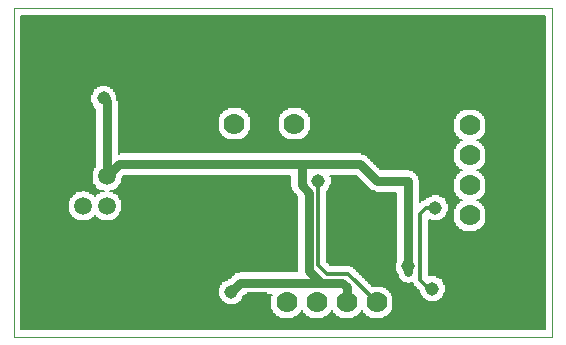
<source format=gbl>
G04 (created by PCBNEW-RS274X (20100308 SVN-R2437)-RC5) date Tue 09 Mar 2010 02:31:33 PM CET*
G01*
G70*
G90*
%MOIN*%
G04 Gerber Fmt 3.4, Leading zero omitted, Abs format*
%FSLAX34Y34*%
G04 APERTURE LIST*
%ADD10C,0.006000*%
%ADD11C,0.001000*%
%ADD12R,0.070000X0.070000*%
%ADD13C,0.070000*%
%ADD14C,0.169300*%
%ADD15C,0.059100*%
%ADD16C,0.045000*%
%ADD17C,0.012000*%
%ADD18C,0.030000*%
%ADD19C,0.005000*%
G04 APERTURE END LIST*
G54D10*
G54D11*
X16650Y-21650D02*
X34600Y-21650D01*
X16650Y-32600D02*
X16650Y-21650D01*
X34600Y-32600D02*
X16650Y-32600D01*
X34600Y-21650D02*
X34600Y-32600D01*
G54D12*
X31850Y-29550D03*
G54D13*
X31850Y-28550D03*
X31850Y-27550D03*
X31850Y-26550D03*
X31850Y-25550D03*
G54D12*
X24750Y-31450D03*
G54D13*
X25750Y-31450D03*
X26750Y-31450D03*
X27750Y-31450D03*
X28750Y-31450D03*
X24000Y-25500D03*
X26000Y-25500D03*
G54D14*
X17898Y-30114D03*
X17898Y-25382D03*
G54D15*
X19750Y-27258D03*
X18960Y-27258D03*
X18960Y-28242D03*
X19750Y-28242D03*
G54D16*
X26800Y-27400D03*
X30600Y-31000D03*
X30700Y-28300D03*
X23900Y-31100D03*
X29800Y-30250D03*
X19650Y-24650D03*
X26750Y-24750D03*
X31950Y-23600D03*
X33450Y-31800D03*
X23000Y-32000D03*
X32000Y-30500D03*
X21500Y-29500D03*
X21000Y-29000D03*
X21000Y-28000D03*
X22500Y-28000D03*
X23500Y-28500D03*
X34000Y-24750D03*
X34000Y-23250D03*
X34000Y-22250D03*
X18250Y-22250D03*
X17250Y-22250D03*
X17250Y-24250D03*
X21750Y-32000D03*
X17250Y-31500D03*
X19250Y-31500D03*
X21250Y-31500D03*
G54D17*
X27800Y-30500D02*
X28750Y-31450D01*
X27100Y-30500D02*
X27800Y-30500D01*
X26800Y-30200D02*
X27100Y-30500D01*
X26800Y-27400D02*
X26800Y-30200D01*
X30200Y-28500D02*
X30200Y-30700D01*
X30200Y-30700D02*
X30400Y-30900D01*
X30400Y-30900D02*
X30500Y-30900D01*
X30500Y-30900D02*
X30600Y-31000D01*
X30700Y-28300D02*
X30400Y-28300D01*
X30400Y-28300D02*
X30200Y-28500D01*
G54D18*
X27750Y-30950D02*
X27750Y-31450D01*
X27600Y-30800D02*
X27750Y-30950D01*
X24200Y-30800D02*
X25650Y-30800D01*
X25650Y-30800D02*
X26900Y-30800D01*
X26900Y-30800D02*
X27600Y-30800D01*
X23900Y-31100D02*
X24200Y-30800D01*
X29800Y-27400D02*
X29800Y-30450D01*
X29800Y-30250D02*
X29800Y-30450D01*
X19650Y-24650D02*
X19750Y-24750D01*
X19750Y-24750D02*
X19750Y-27258D01*
X29800Y-27400D02*
X29300Y-27400D01*
X29300Y-27400D02*
X28750Y-27400D01*
X28750Y-27400D02*
X28200Y-26850D01*
X28200Y-26850D02*
X26250Y-26850D01*
X20158Y-26850D02*
X19750Y-27258D01*
X26250Y-26850D02*
X20158Y-26850D01*
X26900Y-30800D02*
X26500Y-30400D01*
X26250Y-27550D02*
X26250Y-26850D01*
X26500Y-27800D02*
X26250Y-27550D01*
X26500Y-30400D02*
X26500Y-27800D01*
X19830Y-23450D02*
X17898Y-25382D01*
X26750Y-24750D02*
X25450Y-23450D01*
X25450Y-23450D02*
X19830Y-23450D01*
X30800Y-24750D02*
X26750Y-24750D01*
X31950Y-23600D02*
X30800Y-24750D01*
X31950Y-23600D02*
X31950Y-23600D01*
X31950Y-23550D02*
X31950Y-23600D01*
X32950Y-24550D02*
X31950Y-23550D01*
X32950Y-31300D02*
X32950Y-25000D01*
X32950Y-25000D02*
X32950Y-24900D01*
X32950Y-24900D02*
X32950Y-24550D01*
X33450Y-31800D02*
X32950Y-31300D01*
X31850Y-29550D02*
X31850Y-30350D01*
X31850Y-30350D02*
X32000Y-30500D01*
X21000Y-28000D02*
X21000Y-29000D01*
X23000Y-28000D02*
X22500Y-28000D01*
X23500Y-28500D02*
X23000Y-28000D01*
G54D17*
X32950Y-25000D02*
X32950Y-23300D01*
X34000Y-23250D02*
X34000Y-24750D01*
X32950Y-23300D02*
X34000Y-22250D01*
X17250Y-24250D02*
X17250Y-22250D01*
X17898Y-30114D02*
X17898Y-30852D01*
X17898Y-30852D02*
X17250Y-31500D01*
X19250Y-31500D02*
X21250Y-31500D01*
G54D19*
X34350Y-21900D02*
X34350Y-32350D01*
X34300Y-21900D02*
X34300Y-32350D01*
X34250Y-21900D02*
X34250Y-32350D01*
X34200Y-21900D02*
X34200Y-32350D01*
X34150Y-21900D02*
X34150Y-32350D01*
X34100Y-21900D02*
X34100Y-32350D01*
X34050Y-21900D02*
X34050Y-32350D01*
X34000Y-21900D02*
X34000Y-32350D01*
X33950Y-21900D02*
X33950Y-32350D01*
X33900Y-21900D02*
X33900Y-32350D01*
X33850Y-21900D02*
X33850Y-32350D01*
X33800Y-21900D02*
X33800Y-32350D01*
X33750Y-21900D02*
X33750Y-32350D01*
X33700Y-21900D02*
X33700Y-32350D01*
X33650Y-21900D02*
X33650Y-32350D01*
X33600Y-21900D02*
X33600Y-32350D01*
X33550Y-21900D02*
X33550Y-32350D01*
X33500Y-21900D02*
X33500Y-32350D01*
X33450Y-21900D02*
X33450Y-32350D01*
X33400Y-21900D02*
X33400Y-32350D01*
X33350Y-21900D02*
X33350Y-32350D01*
X33300Y-21900D02*
X33300Y-32350D01*
X33250Y-21900D02*
X33250Y-32350D01*
X33200Y-21900D02*
X33200Y-32350D01*
X33150Y-21900D02*
X33150Y-32350D01*
X33100Y-21900D02*
X33100Y-32350D01*
X33050Y-21900D02*
X33050Y-32350D01*
X33000Y-21900D02*
X33000Y-32350D01*
X32950Y-21900D02*
X32950Y-32350D01*
X32900Y-21900D02*
X32900Y-32350D01*
X32850Y-21900D02*
X32850Y-32350D01*
X32800Y-21900D02*
X32800Y-32350D01*
X32750Y-21900D02*
X32750Y-32350D01*
X32700Y-21900D02*
X32700Y-32350D01*
X32650Y-21900D02*
X32650Y-32350D01*
X32600Y-21900D02*
X32600Y-32350D01*
X32550Y-21900D02*
X32550Y-32350D01*
X32500Y-21900D02*
X32500Y-32350D01*
X32450Y-21900D02*
X32450Y-32350D01*
X32400Y-21900D02*
X32400Y-32350D01*
X32350Y-28800D02*
X32350Y-32350D01*
X32350Y-27800D02*
X32350Y-28300D01*
X32350Y-26800D02*
X32350Y-27300D01*
X32350Y-25800D02*
X32350Y-26300D01*
X32350Y-21900D02*
X32350Y-25300D01*
X32300Y-28900D02*
X32300Y-32350D01*
X32300Y-27900D02*
X32300Y-28200D01*
X32300Y-26900D02*
X32300Y-27200D01*
X32300Y-25900D02*
X32300Y-26200D01*
X32300Y-21900D02*
X32300Y-25200D01*
X32250Y-28950D02*
X32250Y-32350D01*
X32250Y-27950D02*
X32250Y-28150D01*
X32250Y-26950D02*
X32250Y-27150D01*
X32250Y-25950D02*
X32250Y-26150D01*
X32250Y-21900D02*
X32250Y-25150D01*
X32200Y-29000D02*
X32200Y-32350D01*
X32200Y-28000D02*
X32200Y-28100D01*
X32200Y-27000D02*
X32200Y-27100D01*
X32200Y-26000D02*
X32200Y-26100D01*
X32200Y-21900D02*
X32200Y-25100D01*
X32150Y-29050D02*
X32150Y-32350D01*
X32150Y-21900D02*
X32150Y-25050D01*
X32100Y-29050D02*
X32100Y-32350D01*
X32100Y-21900D02*
X32100Y-25050D01*
X32050Y-29100D02*
X32050Y-32350D01*
X32050Y-21900D02*
X32050Y-25000D01*
X32000Y-29100D02*
X32000Y-32350D01*
X32000Y-21900D02*
X32000Y-25000D01*
X31950Y-29100D02*
X31950Y-32350D01*
X31950Y-21900D02*
X31950Y-25000D01*
X31900Y-29100D02*
X31900Y-32350D01*
X31900Y-21900D02*
X31900Y-25000D01*
X31850Y-29100D02*
X31850Y-32350D01*
X31850Y-21900D02*
X31850Y-25000D01*
X31800Y-29100D02*
X31800Y-32350D01*
X31800Y-21900D02*
X31800Y-25000D01*
X31750Y-29100D02*
X31750Y-32350D01*
X31750Y-21900D02*
X31750Y-25000D01*
X31700Y-29100D02*
X31700Y-32350D01*
X31700Y-21900D02*
X31700Y-25000D01*
X31650Y-29100D02*
X31650Y-32350D01*
X31650Y-21900D02*
X31650Y-25000D01*
X31600Y-29050D02*
X31600Y-32350D01*
X31600Y-21900D02*
X31600Y-25050D01*
X31550Y-29050D02*
X31550Y-32350D01*
X31550Y-21900D02*
X31550Y-25050D01*
X31500Y-29000D02*
X31500Y-32350D01*
X31500Y-28000D02*
X31500Y-28100D01*
X31500Y-27000D02*
X31500Y-27100D01*
X31500Y-26000D02*
X31500Y-26100D01*
X31500Y-21900D02*
X31500Y-25100D01*
X31450Y-28950D02*
X31450Y-32350D01*
X31450Y-27950D02*
X31450Y-28150D01*
X31450Y-26950D02*
X31450Y-27150D01*
X31450Y-25950D02*
X31450Y-26150D01*
X31450Y-21900D02*
X31450Y-25150D01*
X31400Y-28900D02*
X31400Y-32350D01*
X31400Y-27900D02*
X31400Y-28200D01*
X31400Y-26900D02*
X31400Y-27200D01*
X31400Y-25900D02*
X31400Y-26200D01*
X31400Y-21900D02*
X31400Y-25200D01*
X31350Y-28800D02*
X31350Y-32350D01*
X31350Y-27800D02*
X31350Y-28300D01*
X31350Y-26800D02*
X31350Y-27300D01*
X31350Y-25800D02*
X31350Y-26300D01*
X31350Y-21900D02*
X31350Y-25300D01*
X31300Y-21900D02*
X31300Y-32350D01*
X31250Y-21900D02*
X31250Y-32350D01*
X31200Y-21900D02*
X31200Y-32350D01*
X31150Y-21900D02*
X31150Y-32350D01*
X31100Y-28450D02*
X31100Y-32350D01*
X31100Y-21900D02*
X31100Y-28150D01*
X31050Y-28550D02*
X31050Y-32350D01*
X31050Y-21900D02*
X31050Y-28050D01*
X31000Y-31150D02*
X31000Y-32350D01*
X31000Y-28650D02*
X31000Y-30850D01*
X31000Y-21900D02*
X31000Y-27950D01*
X30950Y-31250D02*
X30950Y-32350D01*
X30950Y-28650D02*
X30950Y-30750D01*
X30950Y-21900D02*
X30950Y-27950D01*
X30900Y-31350D02*
X30900Y-32350D01*
X30900Y-28700D02*
X30900Y-30650D01*
X30900Y-21900D02*
X30900Y-27900D01*
X30850Y-31350D02*
X30850Y-32350D01*
X30850Y-28700D02*
X30850Y-30650D01*
X30850Y-21900D02*
X30850Y-27900D01*
X30800Y-31400D02*
X30800Y-32350D01*
X30800Y-28750D02*
X30800Y-30600D01*
X30800Y-21900D02*
X30800Y-27850D01*
X30750Y-31400D02*
X30750Y-32350D01*
X30750Y-28750D02*
X30750Y-30600D01*
X30750Y-21900D02*
X30750Y-27850D01*
X30700Y-31450D02*
X30700Y-32350D01*
X30700Y-28750D02*
X30700Y-30550D01*
X30700Y-21900D02*
X30700Y-27850D01*
X30650Y-31450D02*
X30650Y-32350D01*
X30650Y-28750D02*
X30650Y-30550D01*
X30650Y-21900D02*
X30650Y-27850D01*
X30600Y-31450D02*
X30600Y-32350D01*
X30600Y-28750D02*
X30600Y-30550D01*
X30600Y-21900D02*
X30600Y-27850D01*
X30550Y-31450D02*
X30550Y-32350D01*
X30550Y-28700D02*
X30550Y-30550D01*
X30550Y-21900D02*
X30550Y-27900D01*
X30500Y-31450D02*
X30500Y-32350D01*
X30500Y-28700D02*
X30500Y-30550D01*
X30500Y-21900D02*
X30500Y-27900D01*
X30450Y-31400D02*
X30450Y-32350D01*
X30450Y-21900D02*
X30450Y-27950D01*
X30400Y-31400D02*
X30400Y-32350D01*
X30400Y-21900D02*
X30400Y-27950D01*
X30350Y-31350D02*
X30350Y-32350D01*
X30350Y-21900D02*
X30350Y-28000D01*
X30300Y-31350D02*
X30300Y-32350D01*
X30300Y-21900D02*
X30300Y-28050D01*
X30250Y-31250D02*
X30250Y-32350D01*
X30250Y-21900D02*
X30250Y-28050D01*
X30200Y-31150D02*
X30200Y-32350D01*
X30200Y-21900D02*
X30200Y-28100D01*
X30150Y-31050D02*
X30150Y-32350D01*
X30150Y-21900D02*
X30150Y-27350D01*
X30100Y-31000D02*
X30100Y-32350D01*
X30100Y-21900D02*
X30100Y-27200D01*
X30050Y-30950D02*
X30050Y-32350D01*
X30050Y-21900D02*
X30050Y-27150D01*
X30000Y-30900D02*
X30000Y-32350D01*
X30000Y-21900D02*
X30000Y-27100D01*
X29950Y-30800D02*
X29950Y-32350D01*
X29950Y-21900D02*
X29950Y-27050D01*
X29900Y-30800D02*
X29900Y-32350D01*
X29900Y-21900D02*
X29900Y-27050D01*
X29850Y-30800D02*
X29850Y-32350D01*
X29850Y-21900D02*
X29850Y-27050D01*
X29800Y-30850D02*
X29800Y-32350D01*
X29800Y-21900D02*
X29800Y-27000D01*
X29750Y-30800D02*
X29750Y-32350D01*
X29750Y-21900D02*
X29750Y-27000D01*
X29700Y-30800D02*
X29700Y-32350D01*
X29700Y-21900D02*
X29700Y-27000D01*
X29650Y-30800D02*
X29650Y-32350D01*
X29650Y-21900D02*
X29650Y-27000D01*
X29600Y-30750D02*
X29600Y-32350D01*
X29600Y-21900D02*
X29600Y-27000D01*
X29550Y-30700D02*
X29550Y-32350D01*
X29550Y-21900D02*
X29550Y-27000D01*
X29500Y-30650D02*
X29500Y-32350D01*
X29500Y-21900D02*
X29500Y-27000D01*
X29450Y-30500D02*
X29450Y-32350D01*
X29450Y-21900D02*
X29450Y-27000D01*
X29400Y-30400D02*
X29400Y-32350D01*
X29400Y-27800D02*
X29400Y-30100D01*
X29400Y-21900D02*
X29400Y-27000D01*
X29350Y-27800D02*
X29350Y-32350D01*
X29350Y-21900D02*
X29350Y-27000D01*
X29300Y-27800D02*
X29300Y-32350D01*
X29300Y-21900D02*
X29300Y-27000D01*
X29250Y-31700D02*
X29250Y-32350D01*
X29250Y-27800D02*
X29250Y-31200D01*
X29250Y-21900D02*
X29250Y-27000D01*
X29200Y-31800D02*
X29200Y-32350D01*
X29200Y-27800D02*
X29200Y-31100D01*
X29200Y-21900D02*
X29200Y-27000D01*
X29150Y-31850D02*
X29150Y-32350D01*
X29150Y-27800D02*
X29150Y-31050D01*
X29150Y-21900D02*
X29150Y-27000D01*
X29100Y-31900D02*
X29100Y-32350D01*
X29100Y-27800D02*
X29100Y-31000D01*
X29100Y-21900D02*
X29100Y-27000D01*
X29050Y-31950D02*
X29050Y-32350D01*
X29050Y-27800D02*
X29050Y-30950D01*
X29050Y-21900D02*
X29050Y-27000D01*
X29000Y-31950D02*
X29000Y-32350D01*
X29000Y-27800D02*
X29000Y-30950D01*
X29000Y-21900D02*
X29000Y-27000D01*
X28950Y-32000D02*
X28950Y-32350D01*
X28950Y-27800D02*
X28950Y-30900D01*
X28950Y-21900D02*
X28950Y-27000D01*
X28900Y-32000D02*
X28900Y-32350D01*
X28900Y-27800D02*
X28900Y-30900D01*
X28900Y-21900D02*
X28900Y-27000D01*
X28850Y-32000D02*
X28850Y-32350D01*
X28850Y-27800D02*
X28850Y-30900D01*
X28850Y-21900D02*
X28850Y-27000D01*
X28800Y-32000D02*
X28800Y-32350D01*
X28800Y-27800D02*
X28800Y-30900D01*
X28800Y-21900D02*
X28800Y-26950D01*
X28750Y-32000D02*
X28750Y-32350D01*
X28750Y-27800D02*
X28750Y-30900D01*
X28750Y-21900D02*
X28750Y-26900D01*
X28700Y-32000D02*
X28700Y-32350D01*
X28700Y-27750D02*
X28700Y-30900D01*
X28700Y-21900D02*
X28700Y-26850D01*
X28650Y-32000D02*
X28650Y-32350D01*
X28650Y-27750D02*
X28650Y-30900D01*
X28650Y-21900D02*
X28650Y-26800D01*
X28600Y-32000D02*
X28600Y-32350D01*
X28600Y-27750D02*
X28600Y-30900D01*
X28600Y-21900D02*
X28600Y-26750D01*
X28550Y-32000D02*
X28550Y-32350D01*
X28550Y-27700D02*
X28550Y-30850D01*
X28550Y-21900D02*
X28550Y-26700D01*
X28500Y-31950D02*
X28500Y-32350D01*
X28500Y-27650D02*
X28500Y-30800D01*
X28500Y-21900D02*
X28500Y-26650D01*
X28450Y-31950D02*
X28450Y-32350D01*
X28450Y-27600D02*
X28450Y-30750D01*
X28450Y-21900D02*
X28450Y-26600D01*
X28400Y-31900D02*
X28400Y-32350D01*
X28400Y-27550D02*
X28400Y-30700D01*
X28400Y-21900D02*
X28400Y-26550D01*
X28350Y-31850D02*
X28350Y-32350D01*
X28350Y-27500D02*
X28350Y-30650D01*
X28350Y-21900D02*
X28350Y-26500D01*
X28300Y-31800D02*
X28300Y-32350D01*
X28300Y-27450D02*
X28300Y-30600D01*
X28300Y-21900D02*
X28300Y-26500D01*
X28250Y-31700D02*
X28250Y-32350D01*
X28250Y-27400D02*
X28250Y-30550D01*
X28250Y-21900D02*
X28250Y-26500D01*
X28200Y-31800D02*
X28200Y-32350D01*
X28200Y-27350D02*
X28200Y-30500D01*
X28200Y-21900D02*
X28200Y-26450D01*
X28150Y-31850D02*
X28150Y-32350D01*
X28150Y-27300D02*
X28150Y-30450D01*
X28150Y-21900D02*
X28150Y-26450D01*
X28100Y-31900D02*
X28100Y-32350D01*
X28100Y-27250D02*
X28100Y-30400D01*
X28100Y-21900D02*
X28100Y-26450D01*
X28050Y-31950D02*
X28050Y-32350D01*
X28050Y-27250D02*
X28050Y-30350D01*
X28050Y-21900D02*
X28050Y-26450D01*
X28000Y-31950D02*
X28000Y-32350D01*
X28000Y-27250D02*
X28000Y-30300D01*
X28000Y-21900D02*
X28000Y-26450D01*
X27950Y-32000D02*
X27950Y-32350D01*
X27950Y-27250D02*
X27950Y-30250D01*
X27950Y-21900D02*
X27950Y-26450D01*
X27900Y-32000D02*
X27900Y-32350D01*
X27900Y-27250D02*
X27900Y-30250D01*
X27900Y-21900D02*
X27900Y-26450D01*
X27850Y-32000D02*
X27850Y-32350D01*
X27850Y-27250D02*
X27850Y-30200D01*
X27850Y-21900D02*
X27850Y-26450D01*
X27800Y-32000D02*
X27800Y-32350D01*
X27800Y-27250D02*
X27800Y-30200D01*
X27800Y-21900D02*
X27800Y-26450D01*
X27750Y-32000D02*
X27750Y-32350D01*
X27750Y-27250D02*
X27750Y-30200D01*
X27750Y-21900D02*
X27750Y-26450D01*
X27700Y-32000D02*
X27700Y-32350D01*
X27700Y-27250D02*
X27700Y-30200D01*
X27700Y-21900D02*
X27700Y-26450D01*
X27650Y-32000D02*
X27650Y-32350D01*
X27650Y-27250D02*
X27650Y-30200D01*
X27650Y-21900D02*
X27650Y-26450D01*
X27600Y-32000D02*
X27600Y-32350D01*
X27600Y-27250D02*
X27600Y-30200D01*
X27600Y-21900D02*
X27600Y-26450D01*
X27550Y-32000D02*
X27550Y-32350D01*
X27550Y-27250D02*
X27550Y-30200D01*
X27550Y-21900D02*
X27550Y-26450D01*
X27500Y-31950D02*
X27500Y-32350D01*
X27500Y-27250D02*
X27500Y-30200D01*
X27500Y-21900D02*
X27500Y-26450D01*
X27450Y-31950D02*
X27450Y-32350D01*
X27450Y-27250D02*
X27450Y-30200D01*
X27450Y-21900D02*
X27450Y-26450D01*
X27400Y-31900D02*
X27400Y-32350D01*
X27400Y-27250D02*
X27400Y-30200D01*
X27400Y-21900D02*
X27400Y-26450D01*
X27350Y-31850D02*
X27350Y-32350D01*
X27350Y-27250D02*
X27350Y-30200D01*
X27350Y-21900D02*
X27350Y-26450D01*
X27300Y-31800D02*
X27300Y-32350D01*
X27300Y-27250D02*
X27300Y-30200D01*
X27300Y-21900D02*
X27300Y-26450D01*
X27250Y-31700D02*
X27250Y-32350D01*
X27250Y-27250D02*
X27250Y-30200D01*
X27250Y-21900D02*
X27250Y-26450D01*
X27200Y-31800D02*
X27200Y-32350D01*
X27200Y-27550D02*
X27200Y-30200D01*
X27200Y-21900D02*
X27200Y-26450D01*
X27150Y-31850D02*
X27150Y-32350D01*
X27150Y-27650D02*
X27150Y-30150D01*
X27150Y-21900D02*
X27150Y-26450D01*
X27100Y-31900D02*
X27100Y-32350D01*
X27100Y-27750D02*
X27100Y-30100D01*
X27100Y-21900D02*
X27100Y-26450D01*
X27050Y-31950D02*
X27050Y-32350D01*
X27050Y-21900D02*
X27050Y-26450D01*
X27000Y-31950D02*
X27000Y-32350D01*
X27000Y-21900D02*
X27000Y-26450D01*
X26950Y-32000D02*
X26950Y-32350D01*
X26950Y-21900D02*
X26950Y-26450D01*
X26900Y-32000D02*
X26900Y-32350D01*
X26900Y-21900D02*
X26900Y-26450D01*
X26850Y-32000D02*
X26850Y-32350D01*
X26850Y-21900D02*
X26850Y-26450D01*
X26800Y-32000D02*
X26800Y-32350D01*
X26800Y-21900D02*
X26800Y-26450D01*
X26750Y-32000D02*
X26750Y-32350D01*
X26750Y-21900D02*
X26750Y-26450D01*
X26700Y-32000D02*
X26700Y-32350D01*
X26700Y-21900D02*
X26700Y-26450D01*
X26650Y-32000D02*
X26650Y-32350D01*
X26650Y-21900D02*
X26650Y-26450D01*
X26600Y-32000D02*
X26600Y-32350D01*
X26600Y-21900D02*
X26600Y-26450D01*
X26550Y-32000D02*
X26550Y-32350D01*
X26550Y-21900D02*
X26550Y-26450D01*
X26500Y-31950D02*
X26500Y-32350D01*
X26500Y-25750D02*
X26500Y-26450D01*
X26500Y-21900D02*
X26500Y-25250D01*
X26450Y-31950D02*
X26450Y-32350D01*
X26450Y-25850D02*
X26450Y-26450D01*
X26450Y-21900D02*
X26450Y-25150D01*
X26400Y-31900D02*
X26400Y-32350D01*
X26400Y-25900D02*
X26400Y-26450D01*
X26400Y-21900D02*
X26400Y-25100D01*
X26350Y-31850D02*
X26350Y-32350D01*
X26350Y-25950D02*
X26350Y-26450D01*
X26350Y-21900D02*
X26350Y-25050D01*
X26300Y-31800D02*
X26300Y-32350D01*
X26300Y-26000D02*
X26300Y-26450D01*
X26300Y-21900D02*
X26300Y-25000D01*
X26250Y-31700D02*
X26250Y-32350D01*
X26250Y-26000D02*
X26250Y-26450D01*
X26250Y-21900D02*
X26250Y-25000D01*
X26200Y-31800D02*
X26200Y-32350D01*
X26200Y-26050D02*
X26200Y-26450D01*
X26200Y-21900D02*
X26200Y-24950D01*
X26150Y-31850D02*
X26150Y-32350D01*
X26150Y-26050D02*
X26150Y-26450D01*
X26150Y-21900D02*
X26150Y-24950D01*
X26100Y-31900D02*
X26100Y-32350D01*
X26100Y-27900D02*
X26100Y-30400D01*
X26100Y-26050D02*
X26100Y-26450D01*
X26100Y-21900D02*
X26100Y-24950D01*
X26050Y-31950D02*
X26050Y-32350D01*
X26050Y-27850D02*
X26050Y-30400D01*
X26050Y-26050D02*
X26050Y-26450D01*
X26050Y-21900D02*
X26050Y-24950D01*
X26000Y-31950D02*
X26000Y-32350D01*
X26000Y-27800D02*
X26000Y-30400D01*
X26000Y-26050D02*
X26000Y-26450D01*
X26000Y-21900D02*
X26000Y-24950D01*
X25950Y-32000D02*
X25950Y-32350D01*
X25950Y-27750D02*
X25950Y-30400D01*
X25950Y-26050D02*
X25950Y-26450D01*
X25950Y-21900D02*
X25950Y-24950D01*
X25900Y-32000D02*
X25900Y-32350D01*
X25900Y-27600D02*
X25900Y-30400D01*
X25900Y-26050D02*
X25900Y-26450D01*
X25900Y-21900D02*
X25900Y-24950D01*
X25850Y-32000D02*
X25850Y-32350D01*
X25850Y-27250D02*
X25850Y-30400D01*
X25850Y-26050D02*
X25850Y-26450D01*
X25850Y-21900D02*
X25850Y-24950D01*
X25800Y-32000D02*
X25800Y-32350D01*
X25800Y-27250D02*
X25800Y-30400D01*
X25800Y-26050D02*
X25800Y-26450D01*
X25800Y-21900D02*
X25800Y-24950D01*
X25750Y-32000D02*
X25750Y-32350D01*
X25750Y-27250D02*
X25750Y-30400D01*
X25750Y-26000D02*
X25750Y-26450D01*
X25750Y-21900D02*
X25750Y-25000D01*
X25700Y-32000D02*
X25700Y-32350D01*
X25700Y-27250D02*
X25700Y-30400D01*
X25700Y-26000D02*
X25700Y-26450D01*
X25700Y-21900D02*
X25700Y-25000D01*
X25650Y-32000D02*
X25650Y-32350D01*
X25650Y-27250D02*
X25650Y-30400D01*
X25650Y-25950D02*
X25650Y-26450D01*
X25650Y-21900D02*
X25650Y-25050D01*
X25600Y-32000D02*
X25600Y-32350D01*
X25600Y-27250D02*
X25600Y-30400D01*
X25600Y-25900D02*
X25600Y-26450D01*
X25600Y-21900D02*
X25600Y-25100D01*
X25550Y-32000D02*
X25550Y-32350D01*
X25550Y-27250D02*
X25550Y-30400D01*
X25550Y-25850D02*
X25550Y-26450D01*
X25550Y-21900D02*
X25550Y-25150D01*
X25500Y-31950D02*
X25500Y-32350D01*
X25500Y-27250D02*
X25500Y-30400D01*
X25500Y-25750D02*
X25500Y-26450D01*
X25500Y-21900D02*
X25500Y-25250D01*
X25450Y-31950D02*
X25450Y-32350D01*
X25450Y-27250D02*
X25450Y-30400D01*
X25450Y-21900D02*
X25450Y-26450D01*
X25400Y-31900D02*
X25400Y-32350D01*
X25400Y-27250D02*
X25400Y-30400D01*
X25400Y-21900D02*
X25400Y-26450D01*
X25350Y-31850D02*
X25350Y-32350D01*
X25350Y-27250D02*
X25350Y-30400D01*
X25350Y-21900D02*
X25350Y-26450D01*
X25300Y-31800D02*
X25300Y-32350D01*
X25300Y-27250D02*
X25300Y-30400D01*
X25300Y-21900D02*
X25300Y-26450D01*
X25250Y-31700D02*
X25250Y-32350D01*
X25250Y-27250D02*
X25250Y-30400D01*
X25250Y-21900D02*
X25250Y-26450D01*
X25200Y-31200D02*
X25200Y-32350D01*
X25200Y-27250D02*
X25200Y-30400D01*
X25200Y-21900D02*
X25200Y-26450D01*
X25150Y-31200D02*
X25150Y-32350D01*
X25150Y-27250D02*
X25150Y-30400D01*
X25150Y-21900D02*
X25150Y-26450D01*
X25100Y-31200D02*
X25100Y-32350D01*
X25100Y-27250D02*
X25100Y-30400D01*
X25100Y-21900D02*
X25100Y-26450D01*
X25050Y-31200D02*
X25050Y-32350D01*
X25050Y-27250D02*
X25050Y-30400D01*
X25050Y-21900D02*
X25050Y-26450D01*
X25000Y-31200D02*
X25000Y-32350D01*
X25000Y-27250D02*
X25000Y-30400D01*
X25000Y-21900D02*
X25000Y-26450D01*
X24950Y-31200D02*
X24950Y-32350D01*
X24950Y-27250D02*
X24950Y-30400D01*
X24950Y-21900D02*
X24950Y-26450D01*
X24900Y-31200D02*
X24900Y-32350D01*
X24900Y-27250D02*
X24900Y-30400D01*
X24900Y-21900D02*
X24900Y-26450D01*
X24850Y-31200D02*
X24850Y-32350D01*
X24850Y-27250D02*
X24850Y-30400D01*
X24850Y-21900D02*
X24850Y-26450D01*
X24800Y-31200D02*
X24800Y-32350D01*
X24800Y-27250D02*
X24800Y-30400D01*
X24800Y-21900D02*
X24800Y-26450D01*
X24750Y-31200D02*
X24750Y-32350D01*
X24750Y-27250D02*
X24750Y-30400D01*
X24750Y-21900D02*
X24750Y-26450D01*
X24700Y-31200D02*
X24700Y-32350D01*
X24700Y-27250D02*
X24700Y-30400D01*
X24700Y-21900D02*
X24700Y-26450D01*
X24650Y-31200D02*
X24650Y-32350D01*
X24650Y-27250D02*
X24650Y-30400D01*
X24650Y-21900D02*
X24650Y-26450D01*
X24600Y-31200D02*
X24600Y-32350D01*
X24600Y-27250D02*
X24600Y-30400D01*
X24600Y-21900D02*
X24600Y-26450D01*
X24550Y-31200D02*
X24550Y-32350D01*
X24550Y-27250D02*
X24550Y-30400D01*
X24550Y-21900D02*
X24550Y-26450D01*
X24500Y-31200D02*
X24500Y-32350D01*
X24500Y-27250D02*
X24500Y-30400D01*
X24500Y-25750D02*
X24500Y-26450D01*
X24500Y-21900D02*
X24500Y-25250D01*
X24450Y-31200D02*
X24450Y-32350D01*
X24450Y-27250D02*
X24450Y-30400D01*
X24450Y-25850D02*
X24450Y-26450D01*
X24450Y-21900D02*
X24450Y-25150D01*
X24400Y-31200D02*
X24400Y-32350D01*
X24400Y-27250D02*
X24400Y-30400D01*
X24400Y-25900D02*
X24400Y-26450D01*
X24400Y-21900D02*
X24400Y-25100D01*
X24350Y-31200D02*
X24350Y-32350D01*
X24350Y-27250D02*
X24350Y-30400D01*
X24350Y-25950D02*
X24350Y-26450D01*
X24350Y-21900D02*
X24350Y-25050D01*
X24300Y-31250D02*
X24300Y-32350D01*
X24300Y-27250D02*
X24300Y-30400D01*
X24300Y-26000D02*
X24300Y-26450D01*
X24300Y-21900D02*
X24300Y-25000D01*
X24250Y-31350D02*
X24250Y-32350D01*
X24250Y-27250D02*
X24250Y-30400D01*
X24250Y-26000D02*
X24250Y-26450D01*
X24250Y-21900D02*
X24250Y-25000D01*
X24200Y-31450D02*
X24200Y-32350D01*
X24200Y-27250D02*
X24200Y-30400D01*
X24200Y-26050D02*
X24200Y-26450D01*
X24200Y-21900D02*
X24200Y-24950D01*
X24150Y-31450D02*
X24150Y-32350D01*
X24150Y-27250D02*
X24150Y-30450D01*
X24150Y-26050D02*
X24150Y-26450D01*
X24150Y-21900D02*
X24150Y-24950D01*
X24100Y-31500D02*
X24100Y-32350D01*
X24100Y-27250D02*
X24100Y-30450D01*
X24100Y-26050D02*
X24100Y-26450D01*
X24100Y-21900D02*
X24100Y-24950D01*
X24050Y-31500D02*
X24050Y-32350D01*
X24050Y-27250D02*
X24050Y-30450D01*
X24050Y-26050D02*
X24050Y-26450D01*
X24050Y-21900D02*
X24050Y-24950D01*
X24000Y-31550D02*
X24000Y-32350D01*
X24000Y-27250D02*
X24000Y-30500D01*
X24000Y-26050D02*
X24000Y-26450D01*
X24000Y-21900D02*
X24000Y-24950D01*
X23950Y-31550D02*
X23950Y-32350D01*
X23950Y-27250D02*
X23950Y-30550D01*
X23950Y-26050D02*
X23950Y-26450D01*
X23950Y-21900D02*
X23950Y-24950D01*
X23900Y-31550D02*
X23900Y-32350D01*
X23900Y-27250D02*
X23900Y-30600D01*
X23900Y-26050D02*
X23900Y-26450D01*
X23900Y-21900D02*
X23900Y-24950D01*
X23850Y-31550D02*
X23850Y-32350D01*
X23850Y-27250D02*
X23850Y-30650D01*
X23850Y-26050D02*
X23850Y-26450D01*
X23850Y-21900D02*
X23850Y-24950D01*
X23800Y-31550D02*
X23800Y-32350D01*
X23800Y-27250D02*
X23800Y-30650D01*
X23800Y-26050D02*
X23800Y-26450D01*
X23800Y-21900D02*
X23800Y-24950D01*
X23750Y-31500D02*
X23750Y-32350D01*
X23750Y-27250D02*
X23750Y-30700D01*
X23750Y-26000D02*
X23750Y-26450D01*
X23750Y-21900D02*
X23750Y-25000D01*
X23700Y-31500D02*
X23700Y-32350D01*
X23700Y-27250D02*
X23700Y-30700D01*
X23700Y-26000D02*
X23700Y-26450D01*
X23700Y-21900D02*
X23700Y-25000D01*
X23650Y-31450D02*
X23650Y-32350D01*
X23650Y-27250D02*
X23650Y-30750D01*
X23650Y-25950D02*
X23650Y-26450D01*
X23650Y-21900D02*
X23650Y-25050D01*
X23600Y-31450D02*
X23600Y-32350D01*
X23600Y-27250D02*
X23600Y-30750D01*
X23600Y-25900D02*
X23600Y-26450D01*
X23600Y-21900D02*
X23600Y-25100D01*
X23550Y-31350D02*
X23550Y-32350D01*
X23550Y-27250D02*
X23550Y-30850D01*
X23550Y-25850D02*
X23550Y-26450D01*
X23550Y-21900D02*
X23550Y-25150D01*
X23500Y-31250D02*
X23500Y-32350D01*
X23500Y-27250D02*
X23500Y-30950D01*
X23500Y-25750D02*
X23500Y-26450D01*
X23500Y-21900D02*
X23500Y-25250D01*
X23450Y-27250D02*
X23450Y-32350D01*
X23450Y-21900D02*
X23450Y-26450D01*
X23400Y-27250D02*
X23400Y-32350D01*
X23400Y-21900D02*
X23400Y-26450D01*
X23350Y-27250D02*
X23350Y-32350D01*
X23350Y-21900D02*
X23350Y-26450D01*
X23300Y-27250D02*
X23300Y-32350D01*
X23300Y-21900D02*
X23300Y-26450D01*
X23250Y-27250D02*
X23250Y-32350D01*
X23250Y-21900D02*
X23250Y-26450D01*
X23200Y-27250D02*
X23200Y-32350D01*
X23200Y-21900D02*
X23200Y-26450D01*
X23150Y-27250D02*
X23150Y-32350D01*
X23150Y-21900D02*
X23150Y-26450D01*
X23100Y-27250D02*
X23100Y-32350D01*
X23100Y-21900D02*
X23100Y-26450D01*
X23050Y-27250D02*
X23050Y-32350D01*
X23050Y-21900D02*
X23050Y-26450D01*
X23000Y-27250D02*
X23000Y-32350D01*
X23000Y-21900D02*
X23000Y-26450D01*
X22950Y-27250D02*
X22950Y-32350D01*
X22950Y-21900D02*
X22950Y-26450D01*
X22900Y-27250D02*
X22900Y-32350D01*
X22900Y-21900D02*
X22900Y-26450D01*
X22850Y-27250D02*
X22850Y-32350D01*
X22850Y-21900D02*
X22850Y-26450D01*
X22800Y-27250D02*
X22800Y-32350D01*
X22800Y-21900D02*
X22800Y-26450D01*
X22750Y-27250D02*
X22750Y-32350D01*
X22750Y-21900D02*
X22750Y-26450D01*
X22700Y-27250D02*
X22700Y-32350D01*
X22700Y-21900D02*
X22700Y-26450D01*
X22650Y-27250D02*
X22650Y-32350D01*
X22650Y-21900D02*
X22650Y-26450D01*
X22600Y-27250D02*
X22600Y-32350D01*
X22600Y-21900D02*
X22600Y-26450D01*
X22550Y-27250D02*
X22550Y-32350D01*
X22550Y-21900D02*
X22550Y-26450D01*
X22500Y-27250D02*
X22500Y-32350D01*
X22500Y-21900D02*
X22500Y-26450D01*
X22450Y-27250D02*
X22450Y-32350D01*
X22450Y-21900D02*
X22450Y-26450D01*
X22400Y-27250D02*
X22400Y-32350D01*
X22400Y-21900D02*
X22400Y-26450D01*
X22350Y-27250D02*
X22350Y-32350D01*
X22350Y-21900D02*
X22350Y-26450D01*
X22300Y-27250D02*
X22300Y-32350D01*
X22300Y-21900D02*
X22300Y-26450D01*
X22250Y-27250D02*
X22250Y-32350D01*
X22250Y-21900D02*
X22250Y-26450D01*
X22200Y-27250D02*
X22200Y-32350D01*
X22200Y-21900D02*
X22200Y-26450D01*
X22150Y-27250D02*
X22150Y-32350D01*
X22150Y-21900D02*
X22150Y-26450D01*
X22100Y-27250D02*
X22100Y-32350D01*
X22100Y-21900D02*
X22100Y-26450D01*
X22050Y-27250D02*
X22050Y-32350D01*
X22050Y-21900D02*
X22050Y-26450D01*
X22000Y-27250D02*
X22000Y-32350D01*
X22000Y-21900D02*
X22000Y-26450D01*
X21950Y-27250D02*
X21950Y-32350D01*
X21950Y-21900D02*
X21950Y-26450D01*
X21900Y-27250D02*
X21900Y-32350D01*
X21900Y-21900D02*
X21900Y-26450D01*
X21850Y-27250D02*
X21850Y-32350D01*
X21850Y-21900D02*
X21850Y-26450D01*
X21800Y-27250D02*
X21800Y-32350D01*
X21800Y-21900D02*
X21800Y-26450D01*
X21750Y-27250D02*
X21750Y-32350D01*
X21750Y-21900D02*
X21750Y-26450D01*
X21700Y-27250D02*
X21700Y-32350D01*
X21700Y-21900D02*
X21700Y-26450D01*
X21650Y-27250D02*
X21650Y-32350D01*
X21650Y-21900D02*
X21650Y-26450D01*
X21600Y-27250D02*
X21600Y-32350D01*
X21600Y-21900D02*
X21600Y-26450D01*
X21550Y-27250D02*
X21550Y-32350D01*
X21550Y-21900D02*
X21550Y-26450D01*
X21500Y-27250D02*
X21500Y-32350D01*
X21500Y-21900D02*
X21500Y-26450D01*
X21450Y-27250D02*
X21450Y-32350D01*
X21450Y-21900D02*
X21450Y-26450D01*
X21400Y-27250D02*
X21400Y-32350D01*
X21400Y-21900D02*
X21400Y-26450D01*
X21350Y-27250D02*
X21350Y-32350D01*
X21350Y-21900D02*
X21350Y-26450D01*
X21300Y-27250D02*
X21300Y-32350D01*
X21300Y-21900D02*
X21300Y-26450D01*
X21250Y-27250D02*
X21250Y-32350D01*
X21250Y-21900D02*
X21250Y-26450D01*
X21200Y-27250D02*
X21200Y-32350D01*
X21200Y-21900D02*
X21200Y-26450D01*
X21150Y-27250D02*
X21150Y-32350D01*
X21150Y-21900D02*
X21150Y-26450D01*
X21100Y-27250D02*
X21100Y-32350D01*
X21100Y-21900D02*
X21100Y-26450D01*
X21050Y-27250D02*
X21050Y-32350D01*
X21050Y-21900D02*
X21050Y-26450D01*
X21000Y-27250D02*
X21000Y-32350D01*
X21000Y-21900D02*
X21000Y-26450D01*
X20950Y-27250D02*
X20950Y-32350D01*
X20950Y-21900D02*
X20950Y-26450D01*
X20900Y-27250D02*
X20900Y-32350D01*
X20900Y-21900D02*
X20900Y-26450D01*
X20850Y-27250D02*
X20850Y-32350D01*
X20850Y-21900D02*
X20850Y-26450D01*
X20800Y-27250D02*
X20800Y-32350D01*
X20800Y-21900D02*
X20800Y-26450D01*
X20750Y-27250D02*
X20750Y-32350D01*
X20750Y-21900D02*
X20750Y-26450D01*
X20700Y-27250D02*
X20700Y-32350D01*
X20700Y-21900D02*
X20700Y-26450D01*
X20650Y-27250D02*
X20650Y-32350D01*
X20650Y-21900D02*
X20650Y-26450D01*
X20600Y-27250D02*
X20600Y-32350D01*
X20600Y-21900D02*
X20600Y-26450D01*
X20550Y-27250D02*
X20550Y-32350D01*
X20550Y-21900D02*
X20550Y-26450D01*
X20500Y-27250D02*
X20500Y-32350D01*
X20500Y-21900D02*
X20500Y-26450D01*
X20450Y-27250D02*
X20450Y-32350D01*
X20450Y-21900D02*
X20450Y-26450D01*
X20400Y-27250D02*
X20400Y-32350D01*
X20400Y-21900D02*
X20400Y-26450D01*
X20350Y-27250D02*
X20350Y-32350D01*
X20350Y-21900D02*
X20350Y-26450D01*
X20300Y-27250D02*
X20300Y-32350D01*
X20300Y-21900D02*
X20300Y-26450D01*
X20250Y-27300D02*
X20250Y-32350D01*
X20250Y-21900D02*
X20250Y-26450D01*
X20200Y-28450D02*
X20200Y-32350D01*
X20200Y-27500D02*
X20200Y-28000D01*
X20200Y-21900D02*
X20200Y-26450D01*
X20150Y-28550D02*
X20150Y-32350D01*
X20150Y-27550D02*
X20150Y-27950D01*
X20150Y-21900D02*
X20150Y-26500D01*
X20100Y-28600D02*
X20100Y-32350D01*
X20100Y-27650D02*
X20100Y-27850D01*
X20100Y-21900D02*
X20100Y-24700D01*
X20050Y-28650D02*
X20050Y-32350D01*
X20050Y-27700D02*
X20050Y-27800D01*
X20050Y-21900D02*
X20050Y-24500D01*
X20000Y-28700D02*
X20000Y-32350D01*
X20000Y-27700D02*
X20000Y-27800D01*
X20000Y-21900D02*
X20000Y-24400D01*
X19950Y-28700D02*
X19950Y-32350D01*
X19950Y-21900D02*
X19950Y-24300D01*
X19900Y-28750D02*
X19900Y-32350D01*
X19900Y-21900D02*
X19900Y-24300D01*
X19850Y-28750D02*
X19850Y-32350D01*
X19850Y-21900D02*
X19850Y-24250D01*
X19800Y-28750D02*
X19800Y-32350D01*
X19800Y-21900D02*
X19800Y-24250D01*
X19750Y-28750D02*
X19750Y-32350D01*
X19750Y-21900D02*
X19750Y-24200D01*
X19700Y-28750D02*
X19700Y-32350D01*
X19700Y-21900D02*
X19700Y-24200D01*
X19650Y-28750D02*
X19650Y-32350D01*
X19650Y-21900D02*
X19650Y-24200D01*
X19600Y-28750D02*
X19600Y-32350D01*
X19600Y-21900D02*
X19600Y-24200D01*
X19550Y-28700D02*
X19550Y-32350D01*
X19550Y-21900D02*
X19550Y-24200D01*
X19500Y-28700D02*
X19500Y-32350D01*
X19500Y-27700D02*
X19500Y-27800D01*
X19500Y-21900D02*
X19500Y-24250D01*
X19450Y-28650D02*
X19450Y-32350D01*
X19450Y-27700D02*
X19450Y-27800D01*
X19450Y-21900D02*
X19450Y-24250D01*
X19400Y-28600D02*
X19400Y-32350D01*
X19400Y-27650D02*
X19400Y-27850D01*
X19400Y-21900D02*
X19400Y-24300D01*
X19350Y-28550D02*
X19350Y-32350D01*
X19350Y-27550D02*
X19350Y-27900D01*
X19350Y-25000D02*
X19350Y-26950D01*
X19350Y-21900D02*
X19350Y-24300D01*
X19300Y-28650D02*
X19300Y-32350D01*
X19300Y-27500D02*
X19300Y-27850D01*
X19300Y-24900D02*
X19300Y-27050D01*
X19300Y-21900D02*
X19300Y-24400D01*
X19250Y-28650D02*
X19250Y-32350D01*
X19250Y-24800D02*
X19250Y-27800D01*
X19250Y-21900D02*
X19250Y-24500D01*
X19200Y-28700D02*
X19200Y-32350D01*
X19200Y-21900D02*
X19200Y-27800D01*
X19150Y-28700D02*
X19150Y-32350D01*
X19150Y-21900D02*
X19150Y-27750D01*
X19100Y-28750D02*
X19100Y-32350D01*
X19100Y-21900D02*
X19100Y-27750D01*
X19050Y-28750D02*
X19050Y-32350D01*
X19050Y-21900D02*
X19050Y-27750D01*
X19000Y-28750D02*
X19000Y-32350D01*
X19000Y-21900D02*
X19000Y-27700D01*
X18950Y-28750D02*
X18950Y-32350D01*
X18950Y-21900D02*
X18950Y-27700D01*
X18900Y-28750D02*
X18900Y-32350D01*
X18900Y-21900D02*
X18900Y-27750D01*
X18850Y-28750D02*
X18850Y-32350D01*
X18850Y-21900D02*
X18850Y-27750D01*
X18800Y-28750D02*
X18800Y-32350D01*
X18800Y-21900D02*
X18800Y-27750D01*
X18750Y-28700D02*
X18750Y-32350D01*
X18750Y-21900D02*
X18750Y-27750D01*
X18700Y-28700D02*
X18700Y-32350D01*
X18700Y-21900D02*
X18700Y-27800D01*
X18650Y-28650D02*
X18650Y-32350D01*
X18650Y-21900D02*
X18650Y-27850D01*
X18600Y-28600D02*
X18600Y-32350D01*
X18600Y-21900D02*
X18600Y-27900D01*
X18550Y-28550D02*
X18550Y-32350D01*
X18550Y-21900D02*
X18550Y-27950D01*
X18500Y-28450D02*
X18500Y-32350D01*
X18500Y-21900D02*
X18500Y-28050D01*
X18450Y-21900D02*
X18450Y-32350D01*
X18400Y-21900D02*
X18400Y-32350D01*
X18350Y-21900D02*
X18350Y-32350D01*
X18300Y-21900D02*
X18300Y-32350D01*
X18250Y-21900D02*
X18250Y-32350D01*
X18200Y-21900D02*
X18200Y-32350D01*
X18150Y-21900D02*
X18150Y-32350D01*
X18100Y-21900D02*
X18100Y-32350D01*
X18050Y-21900D02*
X18050Y-32350D01*
X18000Y-21900D02*
X18000Y-32350D01*
X17950Y-21900D02*
X17950Y-32350D01*
X17900Y-21900D02*
X17900Y-32350D01*
X17850Y-21900D02*
X17850Y-32350D01*
X17800Y-21900D02*
X17800Y-32350D01*
X17750Y-21900D02*
X17750Y-32350D01*
X17700Y-21900D02*
X17700Y-32350D01*
X17650Y-21900D02*
X17650Y-32350D01*
X17600Y-21900D02*
X17600Y-32350D01*
X17550Y-21900D02*
X17550Y-32350D01*
X17500Y-21900D02*
X17500Y-32350D01*
X17450Y-21900D02*
X17450Y-32350D01*
X17400Y-21900D02*
X17400Y-32350D01*
X17350Y-21900D02*
X17350Y-32350D01*
X17300Y-21900D02*
X17300Y-32350D01*
X17250Y-21900D02*
X17250Y-32350D01*
X17200Y-21900D02*
X17200Y-32350D01*
X17150Y-21900D02*
X17150Y-32350D01*
X17100Y-21900D02*
X17100Y-32350D01*
X17050Y-21900D02*
X17050Y-32350D01*
X17000Y-21900D02*
X17000Y-32350D01*
X16950Y-21900D02*
X16950Y-32350D01*
X16900Y-21900D02*
X16900Y-32350D01*
X16900Y-32350D02*
X34350Y-32350D01*
X16900Y-32300D02*
X34350Y-32300D01*
X16900Y-32250D02*
X34350Y-32250D01*
X16900Y-32200D02*
X34350Y-32200D01*
X16900Y-32150D02*
X34350Y-32150D01*
X16900Y-32100D02*
X34350Y-32100D01*
X16900Y-32050D02*
X34350Y-32050D01*
X16900Y-32000D02*
X34350Y-32000D01*
X29000Y-31950D02*
X34350Y-31950D01*
X28000Y-31950D02*
X28500Y-31950D01*
X27000Y-31950D02*
X27500Y-31950D01*
X26000Y-31950D02*
X26500Y-31950D01*
X16900Y-31950D02*
X25500Y-31950D01*
X29100Y-31900D02*
X34350Y-31900D01*
X28100Y-31900D02*
X28400Y-31900D01*
X27100Y-31900D02*
X27400Y-31900D01*
X26100Y-31900D02*
X26400Y-31900D01*
X16900Y-31900D02*
X25400Y-31900D01*
X29150Y-31850D02*
X34350Y-31850D01*
X28150Y-31850D02*
X28350Y-31850D01*
X27150Y-31850D02*
X27350Y-31850D01*
X26150Y-31850D02*
X26350Y-31850D01*
X16900Y-31850D02*
X25350Y-31850D01*
X29200Y-31800D02*
X34350Y-31800D01*
X28200Y-31800D02*
X28300Y-31800D01*
X27200Y-31800D02*
X27300Y-31800D01*
X26200Y-31800D02*
X26300Y-31800D01*
X16900Y-31800D02*
X25300Y-31800D01*
X29250Y-31750D02*
X34350Y-31750D01*
X16900Y-31750D02*
X25250Y-31750D01*
X29250Y-31700D02*
X34350Y-31700D01*
X16900Y-31700D02*
X25250Y-31700D01*
X29300Y-31650D02*
X34350Y-31650D01*
X16900Y-31650D02*
X25200Y-31650D01*
X29300Y-31600D02*
X34350Y-31600D01*
X16900Y-31600D02*
X25200Y-31600D01*
X29300Y-31550D02*
X34350Y-31550D01*
X16900Y-31550D02*
X25200Y-31550D01*
X29300Y-31500D02*
X34350Y-31500D01*
X24050Y-31500D02*
X25200Y-31500D01*
X16900Y-31500D02*
X23750Y-31500D01*
X29300Y-31450D02*
X34350Y-31450D01*
X24150Y-31450D02*
X25200Y-31450D01*
X16900Y-31450D02*
X23650Y-31450D01*
X30750Y-31400D02*
X34350Y-31400D01*
X29300Y-31400D02*
X30450Y-31400D01*
X24250Y-31400D02*
X25200Y-31400D01*
X16900Y-31400D02*
X23550Y-31400D01*
X30850Y-31350D02*
X34350Y-31350D01*
X29300Y-31350D02*
X30350Y-31350D01*
X24250Y-31350D02*
X25200Y-31350D01*
X16900Y-31350D02*
X23550Y-31350D01*
X30950Y-31300D02*
X34350Y-31300D01*
X29300Y-31300D02*
X30250Y-31300D01*
X24300Y-31300D02*
X25200Y-31300D01*
X16900Y-31300D02*
X23500Y-31300D01*
X30950Y-31250D02*
X34350Y-31250D01*
X29300Y-31250D02*
X30250Y-31250D01*
X24300Y-31250D02*
X25200Y-31250D01*
X16900Y-31250D02*
X23500Y-31250D01*
X31000Y-31200D02*
X34350Y-31200D01*
X29250Y-31200D02*
X30200Y-31200D01*
X24350Y-31200D02*
X25250Y-31200D01*
X16900Y-31200D02*
X23450Y-31200D01*
X31000Y-31150D02*
X34350Y-31150D01*
X29250Y-31150D02*
X30200Y-31150D01*
X16900Y-31150D02*
X23450Y-31150D01*
X31050Y-31100D02*
X34350Y-31100D01*
X29200Y-31100D02*
X30150Y-31100D01*
X16900Y-31100D02*
X23450Y-31100D01*
X31050Y-31050D02*
X34350Y-31050D01*
X29150Y-31050D02*
X30150Y-31050D01*
X16900Y-31050D02*
X23450Y-31050D01*
X31050Y-31000D02*
X34350Y-31000D01*
X29100Y-31000D02*
X30100Y-31000D01*
X16900Y-31000D02*
X23450Y-31000D01*
X31050Y-30950D02*
X34350Y-30950D01*
X29000Y-30950D02*
X30050Y-30950D01*
X16900Y-30950D02*
X23500Y-30950D01*
X31050Y-30900D02*
X34350Y-30900D01*
X28600Y-30900D02*
X30000Y-30900D01*
X16900Y-30900D02*
X23500Y-30900D01*
X31000Y-30850D02*
X34350Y-30850D01*
X28550Y-30850D02*
X29950Y-30850D01*
X16900Y-30850D02*
X23550Y-30850D01*
X31000Y-30800D02*
X34350Y-30800D01*
X29850Y-30800D02*
X29950Y-30800D01*
X28500Y-30800D02*
X29750Y-30800D01*
X16900Y-30800D02*
X23550Y-30800D01*
X30950Y-30750D02*
X34350Y-30750D01*
X28450Y-30750D02*
X29600Y-30750D01*
X16900Y-30750D02*
X23650Y-30750D01*
X30950Y-30700D02*
X34350Y-30700D01*
X28400Y-30700D02*
X29550Y-30700D01*
X16900Y-30700D02*
X23750Y-30700D01*
X30850Y-30650D02*
X34350Y-30650D01*
X28350Y-30650D02*
X29500Y-30650D01*
X16900Y-30650D02*
X23850Y-30650D01*
X30750Y-30600D02*
X34350Y-30600D01*
X28300Y-30600D02*
X29450Y-30600D01*
X16900Y-30600D02*
X23900Y-30600D01*
X30500Y-30550D02*
X34350Y-30550D01*
X28250Y-30550D02*
X29450Y-30550D01*
X16900Y-30550D02*
X23950Y-30550D01*
X30500Y-30500D02*
X34350Y-30500D01*
X28200Y-30500D02*
X29450Y-30500D01*
X16900Y-30500D02*
X24000Y-30500D01*
X30500Y-30450D02*
X34350Y-30450D01*
X28150Y-30450D02*
X29400Y-30450D01*
X16900Y-30450D02*
X24150Y-30450D01*
X30500Y-30400D02*
X34350Y-30400D01*
X28100Y-30400D02*
X29400Y-30400D01*
X16900Y-30400D02*
X26100Y-30400D01*
X30500Y-30350D02*
X34350Y-30350D01*
X28050Y-30350D02*
X29350Y-30350D01*
X16900Y-30350D02*
X26100Y-30350D01*
X30500Y-30300D02*
X34350Y-30300D01*
X28000Y-30300D02*
X29350Y-30300D01*
X16900Y-30300D02*
X26100Y-30300D01*
X30500Y-30250D02*
X34350Y-30250D01*
X27900Y-30250D02*
X29350Y-30250D01*
X16900Y-30250D02*
X26100Y-30250D01*
X30500Y-30200D02*
X34350Y-30200D01*
X27200Y-30200D02*
X29350Y-30200D01*
X16900Y-30200D02*
X26100Y-30200D01*
X30500Y-30150D02*
X34350Y-30150D01*
X27150Y-30150D02*
X29350Y-30150D01*
X16900Y-30150D02*
X26100Y-30150D01*
X30500Y-30100D02*
X34350Y-30100D01*
X27100Y-30100D02*
X29400Y-30100D01*
X16900Y-30100D02*
X26100Y-30100D01*
X30500Y-30050D02*
X34350Y-30050D01*
X27100Y-30050D02*
X29400Y-30050D01*
X16900Y-30050D02*
X26100Y-30050D01*
X30500Y-30000D02*
X34350Y-30000D01*
X27100Y-30000D02*
X29400Y-30000D01*
X16900Y-30000D02*
X26100Y-30000D01*
X30500Y-29950D02*
X34350Y-29950D01*
X27100Y-29950D02*
X29400Y-29950D01*
X16900Y-29950D02*
X26100Y-29950D01*
X30500Y-29900D02*
X34350Y-29900D01*
X27100Y-29900D02*
X29400Y-29900D01*
X16900Y-29900D02*
X26100Y-29900D01*
X30500Y-29850D02*
X34350Y-29850D01*
X27100Y-29850D02*
X29400Y-29850D01*
X16900Y-29850D02*
X26100Y-29850D01*
X30500Y-29800D02*
X34350Y-29800D01*
X27100Y-29800D02*
X29400Y-29800D01*
X16900Y-29800D02*
X26100Y-29800D01*
X30500Y-29750D02*
X34350Y-29750D01*
X27100Y-29750D02*
X29400Y-29750D01*
X16900Y-29750D02*
X26100Y-29750D01*
X30500Y-29700D02*
X34350Y-29700D01*
X27100Y-29700D02*
X29400Y-29700D01*
X16900Y-29700D02*
X26100Y-29700D01*
X30500Y-29650D02*
X34350Y-29650D01*
X27100Y-29650D02*
X29400Y-29650D01*
X16900Y-29650D02*
X26100Y-29650D01*
X30500Y-29600D02*
X34350Y-29600D01*
X27100Y-29600D02*
X29400Y-29600D01*
X16900Y-29600D02*
X26100Y-29600D01*
X30500Y-29550D02*
X34350Y-29550D01*
X27100Y-29550D02*
X29400Y-29550D01*
X16900Y-29550D02*
X26100Y-29550D01*
X30500Y-29500D02*
X34350Y-29500D01*
X27100Y-29500D02*
X29400Y-29500D01*
X16900Y-29500D02*
X26100Y-29500D01*
X30500Y-29450D02*
X34350Y-29450D01*
X27100Y-29450D02*
X29400Y-29450D01*
X16900Y-29450D02*
X26100Y-29450D01*
X30500Y-29400D02*
X34350Y-29400D01*
X27100Y-29400D02*
X29400Y-29400D01*
X16900Y-29400D02*
X26100Y-29400D01*
X30500Y-29350D02*
X34350Y-29350D01*
X27100Y-29350D02*
X29400Y-29350D01*
X16900Y-29350D02*
X26100Y-29350D01*
X30500Y-29300D02*
X34350Y-29300D01*
X27100Y-29300D02*
X29400Y-29300D01*
X16900Y-29300D02*
X26100Y-29300D01*
X30500Y-29250D02*
X34350Y-29250D01*
X27100Y-29250D02*
X29400Y-29250D01*
X16900Y-29250D02*
X26100Y-29250D01*
X30500Y-29200D02*
X34350Y-29200D01*
X27100Y-29200D02*
X29400Y-29200D01*
X16900Y-29200D02*
X26100Y-29200D01*
X30500Y-29150D02*
X34350Y-29150D01*
X27100Y-29150D02*
X29400Y-29150D01*
X16900Y-29150D02*
X26100Y-29150D01*
X30500Y-29100D02*
X34350Y-29100D01*
X27100Y-29100D02*
X29400Y-29100D01*
X16900Y-29100D02*
X26100Y-29100D01*
X32100Y-29050D02*
X34350Y-29050D01*
X30500Y-29050D02*
X31600Y-29050D01*
X27100Y-29050D02*
X29400Y-29050D01*
X16900Y-29050D02*
X26100Y-29050D01*
X32200Y-29000D02*
X34350Y-29000D01*
X30500Y-29000D02*
X31500Y-29000D01*
X27100Y-29000D02*
X29400Y-29000D01*
X16900Y-29000D02*
X26100Y-29000D01*
X32250Y-28950D02*
X34350Y-28950D01*
X30500Y-28950D02*
X31450Y-28950D01*
X27100Y-28950D02*
X29400Y-28950D01*
X16900Y-28950D02*
X26100Y-28950D01*
X32300Y-28900D02*
X34350Y-28900D01*
X30500Y-28900D02*
X31400Y-28900D01*
X27100Y-28900D02*
X29400Y-28900D01*
X16900Y-28900D02*
X26100Y-28900D01*
X32350Y-28850D02*
X34350Y-28850D01*
X30500Y-28850D02*
X31350Y-28850D01*
X27100Y-28850D02*
X29400Y-28850D01*
X16900Y-28850D02*
X26100Y-28850D01*
X32350Y-28800D02*
X34350Y-28800D01*
X30500Y-28800D02*
X31350Y-28800D01*
X27100Y-28800D02*
X29400Y-28800D01*
X16900Y-28800D02*
X26100Y-28800D01*
X32400Y-28750D02*
X34350Y-28750D01*
X30500Y-28750D02*
X31300Y-28750D01*
X27100Y-28750D02*
X29400Y-28750D01*
X16900Y-28750D02*
X26100Y-28750D01*
X32400Y-28700D02*
X34350Y-28700D01*
X30850Y-28700D02*
X31300Y-28700D01*
X30500Y-28700D02*
X30550Y-28700D01*
X27100Y-28700D02*
X29400Y-28700D01*
X19950Y-28700D02*
X26100Y-28700D01*
X19150Y-28700D02*
X19550Y-28700D01*
X16900Y-28700D02*
X18750Y-28700D01*
X32400Y-28650D02*
X34350Y-28650D01*
X30950Y-28650D02*
X31300Y-28650D01*
X27100Y-28650D02*
X29400Y-28650D01*
X20050Y-28650D02*
X26100Y-28650D01*
X19250Y-28650D02*
X19450Y-28650D01*
X16900Y-28650D02*
X18650Y-28650D01*
X32400Y-28600D02*
X34350Y-28600D01*
X31050Y-28600D02*
X31300Y-28600D01*
X27100Y-28600D02*
X29400Y-28600D01*
X20100Y-28600D02*
X26100Y-28600D01*
X19350Y-28600D02*
X19400Y-28600D01*
X16900Y-28600D02*
X18600Y-28600D01*
X32400Y-28550D02*
X34350Y-28550D01*
X31050Y-28550D02*
X31300Y-28550D01*
X27100Y-28550D02*
X29400Y-28550D01*
X20150Y-28550D02*
X26100Y-28550D01*
X16900Y-28550D02*
X18550Y-28550D01*
X32400Y-28500D02*
X34350Y-28500D01*
X31100Y-28500D02*
X31300Y-28500D01*
X27100Y-28500D02*
X29400Y-28500D01*
X20200Y-28500D02*
X26100Y-28500D01*
X16900Y-28500D02*
X18500Y-28500D01*
X32400Y-28450D02*
X34350Y-28450D01*
X31100Y-28450D02*
X31300Y-28450D01*
X27100Y-28450D02*
X29400Y-28450D01*
X20200Y-28450D02*
X26100Y-28450D01*
X16900Y-28450D02*
X18500Y-28450D01*
X32400Y-28400D02*
X34350Y-28400D01*
X31150Y-28400D02*
X31300Y-28400D01*
X27100Y-28400D02*
X29400Y-28400D01*
X20250Y-28400D02*
X26100Y-28400D01*
X16900Y-28400D02*
X18450Y-28400D01*
X32400Y-28350D02*
X34350Y-28350D01*
X31150Y-28350D02*
X31300Y-28350D01*
X27100Y-28350D02*
X29400Y-28350D01*
X20250Y-28350D02*
X26100Y-28350D01*
X16900Y-28350D02*
X18450Y-28350D01*
X32350Y-28300D02*
X34350Y-28300D01*
X31150Y-28300D02*
X31350Y-28300D01*
X27100Y-28300D02*
X29400Y-28300D01*
X20250Y-28300D02*
X26100Y-28300D01*
X16900Y-28300D02*
X18450Y-28300D01*
X32350Y-28250D02*
X34350Y-28250D01*
X31150Y-28250D02*
X31350Y-28250D01*
X27100Y-28250D02*
X29400Y-28250D01*
X20250Y-28250D02*
X26100Y-28250D01*
X16900Y-28250D02*
X18450Y-28250D01*
X32300Y-28200D02*
X34350Y-28200D01*
X31150Y-28200D02*
X31400Y-28200D01*
X27100Y-28200D02*
X29400Y-28200D01*
X20250Y-28200D02*
X26100Y-28200D01*
X16900Y-28200D02*
X18450Y-28200D01*
X32250Y-28150D02*
X34350Y-28150D01*
X31100Y-28150D02*
X31450Y-28150D01*
X27100Y-28150D02*
X29400Y-28150D01*
X20250Y-28150D02*
X26100Y-28150D01*
X16900Y-28150D02*
X18450Y-28150D01*
X32200Y-28100D02*
X34350Y-28100D01*
X31100Y-28100D02*
X31500Y-28100D01*
X27100Y-28100D02*
X29400Y-28100D01*
X20250Y-28100D02*
X26100Y-28100D01*
X16900Y-28100D02*
X18450Y-28100D01*
X32100Y-28050D02*
X34350Y-28050D01*
X31050Y-28050D02*
X31600Y-28050D01*
X30200Y-28050D02*
X30300Y-28050D01*
X27100Y-28050D02*
X29400Y-28050D01*
X20250Y-28050D02*
X26100Y-28050D01*
X16900Y-28050D02*
X18500Y-28050D01*
X32200Y-28000D02*
X34350Y-28000D01*
X31050Y-28000D02*
X31500Y-28000D01*
X30200Y-28000D02*
X30350Y-28000D01*
X27100Y-28000D02*
X29400Y-28000D01*
X20200Y-28000D02*
X26100Y-28000D01*
X16900Y-28000D02*
X18500Y-28000D01*
X32250Y-27950D02*
X34350Y-27950D01*
X30950Y-27950D02*
X31450Y-27950D01*
X30200Y-27950D02*
X30450Y-27950D01*
X27100Y-27950D02*
X29400Y-27950D01*
X20150Y-27950D02*
X26100Y-27950D01*
X16900Y-27950D02*
X18550Y-27950D01*
X32300Y-27900D02*
X34350Y-27900D01*
X30850Y-27900D02*
X31400Y-27900D01*
X30200Y-27900D02*
X30550Y-27900D01*
X27100Y-27900D02*
X29400Y-27900D01*
X20150Y-27900D02*
X26100Y-27900D01*
X16900Y-27900D02*
X18600Y-27900D01*
X32350Y-27850D02*
X34350Y-27850D01*
X30200Y-27850D02*
X31350Y-27850D01*
X27100Y-27850D02*
X29400Y-27850D01*
X20100Y-27850D02*
X26050Y-27850D01*
X19300Y-27850D02*
X19400Y-27850D01*
X16900Y-27850D02*
X18650Y-27850D01*
X32350Y-27800D02*
X34350Y-27800D01*
X30200Y-27800D02*
X31350Y-27800D01*
X27100Y-27800D02*
X29400Y-27800D01*
X20000Y-27800D02*
X26000Y-27800D01*
X19200Y-27800D02*
X19500Y-27800D01*
X16900Y-27800D02*
X18700Y-27800D01*
X32400Y-27750D02*
X34350Y-27750D01*
X30200Y-27750D02*
X31300Y-27750D01*
X27100Y-27750D02*
X28700Y-27750D01*
X19850Y-27750D02*
X25950Y-27750D01*
X19050Y-27750D02*
X19650Y-27750D01*
X16900Y-27750D02*
X18900Y-27750D01*
X32400Y-27700D02*
X34350Y-27700D01*
X30200Y-27700D02*
X31300Y-27700D01*
X27150Y-27700D02*
X28550Y-27700D01*
X20000Y-27700D02*
X25900Y-27700D01*
X16900Y-27700D02*
X19500Y-27700D01*
X32400Y-27650D02*
X34350Y-27650D01*
X30200Y-27650D02*
X31300Y-27650D01*
X27150Y-27650D02*
X28500Y-27650D01*
X20100Y-27650D02*
X25900Y-27650D01*
X16900Y-27650D02*
X19400Y-27650D01*
X32400Y-27600D02*
X34350Y-27600D01*
X30200Y-27600D02*
X31300Y-27600D01*
X27200Y-27600D02*
X28450Y-27600D01*
X20150Y-27600D02*
X25900Y-27600D01*
X16900Y-27600D02*
X19350Y-27600D01*
X32400Y-27550D02*
X34350Y-27550D01*
X30200Y-27550D02*
X31300Y-27550D01*
X27200Y-27550D02*
X28400Y-27550D01*
X20150Y-27550D02*
X25850Y-27550D01*
X16900Y-27550D02*
X19350Y-27550D01*
X32400Y-27500D02*
X34350Y-27500D01*
X30200Y-27500D02*
X31300Y-27500D01*
X27250Y-27500D02*
X28350Y-27500D01*
X20200Y-27500D02*
X25850Y-27500D01*
X16900Y-27500D02*
X19300Y-27500D01*
X32400Y-27450D02*
X34350Y-27450D01*
X30200Y-27450D02*
X31300Y-27450D01*
X27250Y-27450D02*
X28300Y-27450D01*
X20250Y-27450D02*
X25850Y-27450D01*
X16900Y-27450D02*
X19250Y-27450D01*
X32400Y-27400D02*
X34350Y-27400D01*
X30200Y-27400D02*
X31300Y-27400D01*
X27250Y-27400D02*
X28250Y-27400D01*
X20250Y-27400D02*
X25850Y-27400D01*
X16900Y-27400D02*
X19250Y-27400D01*
X32400Y-27350D02*
X34350Y-27350D01*
X30150Y-27350D02*
X31300Y-27350D01*
X27250Y-27350D02*
X28200Y-27350D01*
X20250Y-27350D02*
X25850Y-27350D01*
X16900Y-27350D02*
X19250Y-27350D01*
X32350Y-27300D02*
X34350Y-27300D01*
X30150Y-27300D02*
X31350Y-27300D01*
X27250Y-27300D02*
X28150Y-27300D01*
X20250Y-27300D02*
X25850Y-27300D01*
X16900Y-27300D02*
X19250Y-27300D01*
X32350Y-27250D02*
X34350Y-27250D01*
X30150Y-27250D02*
X31350Y-27250D01*
X27200Y-27250D02*
X28100Y-27250D01*
X20300Y-27250D02*
X25850Y-27250D01*
X16900Y-27250D02*
X19250Y-27250D01*
X32300Y-27200D02*
X34350Y-27200D01*
X30100Y-27200D02*
X31400Y-27200D01*
X16900Y-27200D02*
X19250Y-27200D01*
X32250Y-27150D02*
X34350Y-27150D01*
X30050Y-27150D02*
X31450Y-27150D01*
X16900Y-27150D02*
X19250Y-27150D01*
X32200Y-27100D02*
X34350Y-27100D01*
X30000Y-27100D02*
X31500Y-27100D01*
X16900Y-27100D02*
X19250Y-27100D01*
X32100Y-27050D02*
X34350Y-27050D01*
X29850Y-27050D02*
X31600Y-27050D01*
X16900Y-27050D02*
X19300Y-27050D01*
X32200Y-27000D02*
X34350Y-27000D01*
X28850Y-27000D02*
X31500Y-27000D01*
X16900Y-27000D02*
X19300Y-27000D01*
X32250Y-26950D02*
X34350Y-26950D01*
X28800Y-26950D02*
X31450Y-26950D01*
X16900Y-26950D02*
X19350Y-26950D01*
X32300Y-26900D02*
X34350Y-26900D01*
X28750Y-26900D02*
X31400Y-26900D01*
X16900Y-26900D02*
X19350Y-26900D01*
X32350Y-26850D02*
X34350Y-26850D01*
X28700Y-26850D02*
X31350Y-26850D01*
X16900Y-26850D02*
X19350Y-26850D01*
X32350Y-26800D02*
X34350Y-26800D01*
X28650Y-26800D02*
X31350Y-26800D01*
X16900Y-26800D02*
X19350Y-26800D01*
X32400Y-26750D02*
X34350Y-26750D01*
X28600Y-26750D02*
X31300Y-26750D01*
X16900Y-26750D02*
X19350Y-26750D01*
X32400Y-26700D02*
X34350Y-26700D01*
X28550Y-26700D02*
X31300Y-26700D01*
X16900Y-26700D02*
X19350Y-26700D01*
X32400Y-26650D02*
X34350Y-26650D01*
X28500Y-26650D02*
X31300Y-26650D01*
X16900Y-26650D02*
X19350Y-26650D01*
X32400Y-26600D02*
X34350Y-26600D01*
X28450Y-26600D02*
X31300Y-26600D01*
X16900Y-26600D02*
X19350Y-26600D01*
X32400Y-26550D02*
X34350Y-26550D01*
X28400Y-26550D02*
X31300Y-26550D01*
X16900Y-26550D02*
X19350Y-26550D01*
X32400Y-26500D02*
X34350Y-26500D01*
X28250Y-26500D02*
X31300Y-26500D01*
X16900Y-26500D02*
X19350Y-26500D01*
X32400Y-26450D02*
X34350Y-26450D01*
X20150Y-26450D02*
X31300Y-26450D01*
X16900Y-26450D02*
X19350Y-26450D01*
X32400Y-26400D02*
X34350Y-26400D01*
X20150Y-26400D02*
X31300Y-26400D01*
X16900Y-26400D02*
X19350Y-26400D01*
X32400Y-26350D02*
X34350Y-26350D01*
X20150Y-26350D02*
X31300Y-26350D01*
X16900Y-26350D02*
X19350Y-26350D01*
X32350Y-26300D02*
X34350Y-26300D01*
X20150Y-26300D02*
X31350Y-26300D01*
X16900Y-26300D02*
X19350Y-26300D01*
X32350Y-26250D02*
X34350Y-26250D01*
X20150Y-26250D02*
X31350Y-26250D01*
X16900Y-26250D02*
X19350Y-26250D01*
X32300Y-26200D02*
X34350Y-26200D01*
X20150Y-26200D02*
X31400Y-26200D01*
X16900Y-26200D02*
X19350Y-26200D01*
X32250Y-26150D02*
X34350Y-26150D01*
X20150Y-26150D02*
X31450Y-26150D01*
X16900Y-26150D02*
X19350Y-26150D01*
X32200Y-26100D02*
X34350Y-26100D01*
X20150Y-26100D02*
X31500Y-26100D01*
X16900Y-26100D02*
X19350Y-26100D01*
X32100Y-26050D02*
X34350Y-26050D01*
X20150Y-26050D02*
X31600Y-26050D01*
X16900Y-26050D02*
X19350Y-26050D01*
X32200Y-26000D02*
X34350Y-26000D01*
X26250Y-26000D02*
X31500Y-26000D01*
X24250Y-26000D02*
X25750Y-26000D01*
X20150Y-26000D02*
X23750Y-26000D01*
X16900Y-26000D02*
X19350Y-26000D01*
X32250Y-25950D02*
X34350Y-25950D01*
X26350Y-25950D02*
X31450Y-25950D01*
X24350Y-25950D02*
X25650Y-25950D01*
X20150Y-25950D02*
X23650Y-25950D01*
X16900Y-25950D02*
X19350Y-25950D01*
X32300Y-25900D02*
X34350Y-25900D01*
X26400Y-25900D02*
X31400Y-25900D01*
X24400Y-25900D02*
X25600Y-25900D01*
X20150Y-25900D02*
X23600Y-25900D01*
X16900Y-25900D02*
X19350Y-25900D01*
X32350Y-25850D02*
X34350Y-25850D01*
X26450Y-25850D02*
X31350Y-25850D01*
X24450Y-25850D02*
X25550Y-25850D01*
X20150Y-25850D02*
X23550Y-25850D01*
X16900Y-25850D02*
X19350Y-25850D01*
X32350Y-25800D02*
X34350Y-25800D01*
X26500Y-25800D02*
X31350Y-25800D01*
X24500Y-25800D02*
X25500Y-25800D01*
X20150Y-25800D02*
X23500Y-25800D01*
X16900Y-25800D02*
X19350Y-25800D01*
X32400Y-25750D02*
X34350Y-25750D01*
X26500Y-25750D02*
X31300Y-25750D01*
X24500Y-25750D02*
X25500Y-25750D01*
X20150Y-25750D02*
X23500Y-25750D01*
X16900Y-25750D02*
X19350Y-25750D01*
X32400Y-25700D02*
X34350Y-25700D01*
X26550Y-25700D02*
X31300Y-25700D01*
X24550Y-25700D02*
X25450Y-25700D01*
X20150Y-25700D02*
X23450Y-25700D01*
X16900Y-25700D02*
X19350Y-25700D01*
X32400Y-25650D02*
X34350Y-25650D01*
X26550Y-25650D02*
X31300Y-25650D01*
X24550Y-25650D02*
X25450Y-25650D01*
X20150Y-25650D02*
X23450Y-25650D01*
X16900Y-25650D02*
X19350Y-25650D01*
X32400Y-25600D02*
X34350Y-25600D01*
X26550Y-25600D02*
X31300Y-25600D01*
X24550Y-25600D02*
X25450Y-25600D01*
X20150Y-25600D02*
X23450Y-25600D01*
X16900Y-25600D02*
X19350Y-25600D01*
X32400Y-25550D02*
X34350Y-25550D01*
X26550Y-25550D02*
X31300Y-25550D01*
X24550Y-25550D02*
X25450Y-25550D01*
X20150Y-25550D02*
X23450Y-25550D01*
X16900Y-25550D02*
X19350Y-25550D01*
X32400Y-25500D02*
X34350Y-25500D01*
X26550Y-25500D02*
X31300Y-25500D01*
X24550Y-25500D02*
X25450Y-25500D01*
X20150Y-25500D02*
X23450Y-25500D01*
X16900Y-25500D02*
X19350Y-25500D01*
X32400Y-25450D02*
X34350Y-25450D01*
X26550Y-25450D02*
X31300Y-25450D01*
X24550Y-25450D02*
X25450Y-25450D01*
X20150Y-25450D02*
X23450Y-25450D01*
X16900Y-25450D02*
X19350Y-25450D01*
X32400Y-25400D02*
X34350Y-25400D01*
X26550Y-25400D02*
X31300Y-25400D01*
X24550Y-25400D02*
X25450Y-25400D01*
X20150Y-25400D02*
X23450Y-25400D01*
X16900Y-25400D02*
X19350Y-25400D01*
X32400Y-25350D02*
X34350Y-25350D01*
X26550Y-25350D02*
X31300Y-25350D01*
X24550Y-25350D02*
X25450Y-25350D01*
X20150Y-25350D02*
X23450Y-25350D01*
X16900Y-25350D02*
X19350Y-25350D01*
X32350Y-25300D02*
X34350Y-25300D01*
X26550Y-25300D02*
X31350Y-25300D01*
X24550Y-25300D02*
X25450Y-25300D01*
X20150Y-25300D02*
X23450Y-25300D01*
X16900Y-25300D02*
X19350Y-25300D01*
X32350Y-25250D02*
X34350Y-25250D01*
X26500Y-25250D02*
X31350Y-25250D01*
X24500Y-25250D02*
X25500Y-25250D01*
X20150Y-25250D02*
X23500Y-25250D01*
X16900Y-25250D02*
X19350Y-25250D01*
X32300Y-25200D02*
X34350Y-25200D01*
X26500Y-25200D02*
X31400Y-25200D01*
X24500Y-25200D02*
X25500Y-25200D01*
X20150Y-25200D02*
X23500Y-25200D01*
X16900Y-25200D02*
X19350Y-25200D01*
X32250Y-25150D02*
X34350Y-25150D01*
X26450Y-25150D02*
X31450Y-25150D01*
X24450Y-25150D02*
X25550Y-25150D01*
X20150Y-25150D02*
X23550Y-25150D01*
X16900Y-25150D02*
X19350Y-25150D01*
X32200Y-25100D02*
X34350Y-25100D01*
X26400Y-25100D02*
X31500Y-25100D01*
X24400Y-25100D02*
X25600Y-25100D01*
X20150Y-25100D02*
X23600Y-25100D01*
X16900Y-25100D02*
X19350Y-25100D01*
X32100Y-25050D02*
X34350Y-25050D01*
X26350Y-25050D02*
X31600Y-25050D01*
X24350Y-25050D02*
X25650Y-25050D01*
X20150Y-25050D02*
X23650Y-25050D01*
X16900Y-25050D02*
X19350Y-25050D01*
X26250Y-25000D02*
X34350Y-25000D01*
X24250Y-25000D02*
X25750Y-25000D01*
X20150Y-25000D02*
X23750Y-25000D01*
X16900Y-25000D02*
X19350Y-25000D01*
X20150Y-24950D02*
X34350Y-24950D01*
X16900Y-24950D02*
X19300Y-24950D01*
X20150Y-24900D02*
X34350Y-24900D01*
X16900Y-24900D02*
X19300Y-24900D01*
X20150Y-24850D02*
X34350Y-24850D01*
X16900Y-24850D02*
X19250Y-24850D01*
X20150Y-24800D02*
X34350Y-24800D01*
X16900Y-24800D02*
X19250Y-24800D01*
X20150Y-24750D02*
X34350Y-24750D01*
X16900Y-24750D02*
X19200Y-24750D01*
X20100Y-24700D02*
X34350Y-24700D01*
X16900Y-24700D02*
X19200Y-24700D01*
X20100Y-24650D02*
X34350Y-24650D01*
X16900Y-24650D02*
X19200Y-24650D01*
X20100Y-24600D02*
X34350Y-24600D01*
X16900Y-24600D02*
X19200Y-24600D01*
X20100Y-24550D02*
X34350Y-24550D01*
X16900Y-24550D02*
X19200Y-24550D01*
X20050Y-24500D02*
X34350Y-24500D01*
X16900Y-24500D02*
X19250Y-24500D01*
X20050Y-24450D02*
X34350Y-24450D01*
X16900Y-24450D02*
X19250Y-24450D01*
X20000Y-24400D02*
X34350Y-24400D01*
X16900Y-24400D02*
X19300Y-24400D01*
X20000Y-24350D02*
X34350Y-24350D01*
X16900Y-24350D02*
X19300Y-24350D01*
X19900Y-24300D02*
X34350Y-24300D01*
X16900Y-24300D02*
X19400Y-24300D01*
X19800Y-24250D02*
X34350Y-24250D01*
X16900Y-24250D02*
X19500Y-24250D01*
X16900Y-24200D02*
X34350Y-24200D01*
X16900Y-24150D02*
X34350Y-24150D01*
X16900Y-24100D02*
X34350Y-24100D01*
X16900Y-24050D02*
X34350Y-24050D01*
X16900Y-24000D02*
X34350Y-24000D01*
X16900Y-23950D02*
X34350Y-23950D01*
X16900Y-23900D02*
X34350Y-23900D01*
X16900Y-23850D02*
X34350Y-23850D01*
X16900Y-23800D02*
X34350Y-23800D01*
X16900Y-23750D02*
X34350Y-23750D01*
X16900Y-23700D02*
X34350Y-23700D01*
X16900Y-23650D02*
X34350Y-23650D01*
X16900Y-23600D02*
X34350Y-23600D01*
X16900Y-23550D02*
X34350Y-23550D01*
X16900Y-23500D02*
X34350Y-23500D01*
X16900Y-23450D02*
X34350Y-23450D01*
X16900Y-23400D02*
X34350Y-23400D01*
X16900Y-23350D02*
X34350Y-23350D01*
X16900Y-23300D02*
X34350Y-23300D01*
X16900Y-23250D02*
X34350Y-23250D01*
X16900Y-23200D02*
X34350Y-23200D01*
X16900Y-23150D02*
X34350Y-23150D01*
X16900Y-23100D02*
X34350Y-23100D01*
X16900Y-23050D02*
X34350Y-23050D01*
X16900Y-23000D02*
X34350Y-23000D01*
X16900Y-22950D02*
X34350Y-22950D01*
X16900Y-22900D02*
X34350Y-22900D01*
X16900Y-22850D02*
X34350Y-22850D01*
X16900Y-22800D02*
X34350Y-22800D01*
X16900Y-22750D02*
X34350Y-22750D01*
X16900Y-22700D02*
X34350Y-22700D01*
X16900Y-22650D02*
X34350Y-22650D01*
X16900Y-22600D02*
X34350Y-22600D01*
X16900Y-22550D02*
X34350Y-22550D01*
X16900Y-22500D02*
X34350Y-22500D01*
X16900Y-22450D02*
X34350Y-22450D01*
X16900Y-22400D02*
X34350Y-22400D01*
X16900Y-22350D02*
X34350Y-22350D01*
X16900Y-22300D02*
X34350Y-22300D01*
X16900Y-22250D02*
X34350Y-22250D01*
X16900Y-22200D02*
X34350Y-22200D01*
X16900Y-22150D02*
X34350Y-22150D01*
X16900Y-22100D02*
X34350Y-22100D01*
X16900Y-22050D02*
X34350Y-22050D01*
X16900Y-22000D02*
X34350Y-22000D01*
X16900Y-21950D02*
X34350Y-21950D01*
X16900Y-21900D02*
X34350Y-21900D01*
M02*

</source>
